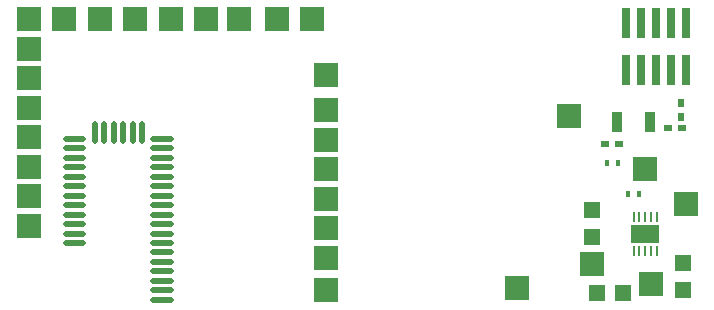
<source format=gtp>
G75*
%MOIN*%
%OFA0B0*%
%FSLAX25Y25*%
%IPPOS*%
%LPD*%
%AMOC8*
5,1,8,0,0,1.08239X$1,22.5*
%
%ADD10R,0.05500X0.05700*%
%ADD11R,0.05700X0.05500*%
%ADD12R,0.07874X0.07874*%
%ADD13R,0.00800X0.03200*%
%ADD14R,0.09400X0.06100*%
%ADD15R,0.02953X0.09843*%
%ADD16C,0.01969*%
%ADD17R,0.03600X0.07100*%
%ADD18R,0.01800X0.02400*%
%ADD19R,0.02600X0.02400*%
%ADD20R,0.02400X0.02600*%
D10*
X0347457Y0230458D03*
X0347457Y0239258D03*
X0377772Y0221542D03*
X0377772Y0212742D03*
D11*
X0357762Y0211630D03*
X0348962Y0211630D03*
D12*
X0347457Y0221472D03*
X0367142Y0214780D03*
X0378559Y0241157D03*
X0365173Y0252969D03*
X0339583Y0270685D03*
X0322260Y0213205D03*
X0258874Y0212811D03*
X0258874Y0223441D03*
X0258874Y0233283D03*
X0258874Y0243126D03*
X0258874Y0252969D03*
X0258874Y0262811D03*
X0258874Y0272654D03*
X0258874Y0284465D03*
X0254150Y0302969D03*
X0242339Y0302969D03*
X0229740Y0302969D03*
X0218717Y0302969D03*
X0206906Y0302969D03*
X0195094Y0302969D03*
X0183283Y0302969D03*
X0171472Y0302969D03*
X0159661Y0302969D03*
X0159661Y0293126D03*
X0159661Y0283283D03*
X0159661Y0273441D03*
X0159661Y0263598D03*
X0159661Y0253756D03*
X0159661Y0243913D03*
X0159661Y0234071D03*
D13*
X0361273Y0237015D03*
X0363173Y0237015D03*
X0365173Y0237015D03*
X0367173Y0237015D03*
X0369073Y0237015D03*
X0369073Y0225615D03*
X0367173Y0225615D03*
X0365173Y0225615D03*
X0363173Y0225615D03*
X0361273Y0225615D03*
D14*
X0365173Y0231315D03*
D15*
X0363874Y0286039D03*
X0358874Y0286039D03*
X0368874Y0286039D03*
X0373874Y0286039D03*
X0378874Y0286039D03*
X0378874Y0301787D03*
X0373874Y0301787D03*
X0368874Y0301787D03*
X0363874Y0301787D03*
X0358874Y0301787D03*
D16*
X0201216Y0209435D02*
X0201216Y0209435D01*
X0207122Y0209435D01*
X0207122Y0209435D01*
X0201216Y0209435D01*
X0201216Y0212585D02*
X0201216Y0212585D01*
X0207122Y0212585D01*
X0207122Y0212585D01*
X0201216Y0212585D01*
X0201216Y0215734D02*
X0201216Y0215734D01*
X0207122Y0215734D01*
X0207122Y0215734D01*
X0201216Y0215734D01*
X0201216Y0218884D02*
X0201216Y0218884D01*
X0207122Y0218884D01*
X0207122Y0218884D01*
X0201216Y0218884D01*
X0201216Y0222033D02*
X0201216Y0222033D01*
X0207122Y0222033D01*
X0207122Y0222033D01*
X0201216Y0222033D01*
X0201216Y0225183D02*
X0201216Y0225183D01*
X0207122Y0225183D01*
X0207122Y0225183D01*
X0201216Y0225183D01*
X0201216Y0228333D02*
X0201216Y0228333D01*
X0207122Y0228333D01*
X0207122Y0228333D01*
X0201216Y0228333D01*
X0201216Y0231482D02*
X0201216Y0231482D01*
X0207122Y0231482D01*
X0207122Y0231482D01*
X0201216Y0231482D01*
X0201216Y0234632D02*
X0201216Y0234632D01*
X0207122Y0234632D01*
X0207122Y0234632D01*
X0201216Y0234632D01*
X0201216Y0237781D02*
X0201216Y0237781D01*
X0207122Y0237781D01*
X0207122Y0237781D01*
X0201216Y0237781D01*
X0201216Y0240931D02*
X0201216Y0240931D01*
X0207122Y0240931D01*
X0207122Y0240931D01*
X0201216Y0240931D01*
X0201216Y0244081D02*
X0201216Y0244081D01*
X0207122Y0244081D01*
X0207122Y0244081D01*
X0201216Y0244081D01*
X0201216Y0247230D02*
X0201216Y0247230D01*
X0207122Y0247230D01*
X0207122Y0247230D01*
X0201216Y0247230D01*
X0201216Y0250380D02*
X0201216Y0250380D01*
X0207122Y0250380D01*
X0207122Y0250380D01*
X0201216Y0250380D01*
X0201216Y0253530D02*
X0201216Y0253530D01*
X0207122Y0253530D01*
X0207122Y0253530D01*
X0201216Y0253530D01*
X0201216Y0256679D02*
X0201216Y0256679D01*
X0207122Y0256679D01*
X0207122Y0256679D01*
X0201216Y0256679D01*
X0201216Y0259829D02*
X0201216Y0259829D01*
X0207122Y0259829D01*
X0207122Y0259829D01*
X0201216Y0259829D01*
X0201216Y0262978D02*
X0201216Y0262978D01*
X0207122Y0262978D01*
X0207122Y0262978D01*
X0201216Y0262978D01*
X0197378Y0262191D02*
X0197378Y0262191D01*
X0197378Y0268097D01*
X0197378Y0268097D01*
X0197378Y0262191D01*
X0197378Y0264159D02*
X0197378Y0264159D01*
X0197378Y0266127D02*
X0197378Y0266127D01*
X0197378Y0268095D02*
X0197378Y0268095D01*
X0194228Y0262191D02*
X0194228Y0262191D01*
X0194228Y0268097D01*
X0194228Y0268097D01*
X0194228Y0262191D01*
X0194228Y0264159D02*
X0194228Y0264159D01*
X0194228Y0266127D02*
X0194228Y0266127D01*
X0194228Y0268095D02*
X0194228Y0268095D01*
X0191079Y0262191D02*
X0191079Y0262191D01*
X0191079Y0268097D01*
X0191079Y0268097D01*
X0191079Y0262191D01*
X0191079Y0264159D02*
X0191079Y0264159D01*
X0191079Y0266127D02*
X0191079Y0266127D01*
X0191079Y0268095D02*
X0191079Y0268095D01*
X0187929Y0268097D02*
X0187929Y0268097D01*
X0187929Y0262191D01*
X0187929Y0262191D01*
X0187929Y0268097D01*
X0187929Y0264159D02*
X0187929Y0264159D01*
X0187929Y0266127D02*
X0187929Y0266127D01*
X0187929Y0268095D02*
X0187929Y0268095D01*
X0184780Y0268097D02*
X0184780Y0268097D01*
X0184780Y0262191D01*
X0184780Y0262191D01*
X0184780Y0268097D01*
X0184780Y0264159D02*
X0184780Y0264159D01*
X0184780Y0266127D02*
X0184780Y0266127D01*
X0184780Y0268095D02*
X0184780Y0268095D01*
X0181630Y0268097D02*
X0181630Y0268097D01*
X0181630Y0262191D01*
X0181630Y0262191D01*
X0181630Y0268097D01*
X0181630Y0264159D02*
X0181630Y0264159D01*
X0181630Y0266127D02*
X0181630Y0266127D01*
X0181630Y0268095D02*
X0181630Y0268095D01*
X0171886Y0262978D02*
X0171886Y0262978D01*
X0177792Y0262978D01*
X0177792Y0262978D01*
X0171886Y0262978D01*
X0171886Y0259829D02*
X0171886Y0259829D01*
X0177792Y0259829D01*
X0177792Y0259829D01*
X0171886Y0259829D01*
X0171886Y0256679D02*
X0171886Y0256679D01*
X0177792Y0256679D01*
X0177792Y0256679D01*
X0171886Y0256679D01*
X0171886Y0253530D02*
X0171886Y0253530D01*
X0177792Y0253530D01*
X0177792Y0253530D01*
X0171886Y0253530D01*
X0171886Y0250380D02*
X0171886Y0250380D01*
X0177792Y0250380D01*
X0177792Y0250380D01*
X0171886Y0250380D01*
X0171886Y0247230D02*
X0171886Y0247230D01*
X0177792Y0247230D01*
X0177792Y0247230D01*
X0171886Y0247230D01*
X0171886Y0244081D02*
X0171886Y0244081D01*
X0177792Y0244081D01*
X0177792Y0244081D01*
X0171886Y0244081D01*
X0171886Y0240931D02*
X0171886Y0240931D01*
X0177792Y0240931D01*
X0177792Y0240931D01*
X0171886Y0240931D01*
X0171886Y0237781D02*
X0171886Y0237781D01*
X0177792Y0237781D01*
X0177792Y0237781D01*
X0171886Y0237781D01*
X0171886Y0234632D02*
X0171886Y0234632D01*
X0177792Y0234632D01*
X0177792Y0234632D01*
X0171886Y0234632D01*
X0171886Y0231482D02*
X0171886Y0231482D01*
X0177792Y0231482D01*
X0177792Y0231482D01*
X0171886Y0231482D01*
X0171886Y0228333D02*
X0171886Y0228333D01*
X0177792Y0228333D01*
X0177792Y0228333D01*
X0171886Y0228333D01*
D17*
X0355736Y0268717D03*
X0366736Y0268717D03*
D18*
X0356050Y0254937D03*
X0352250Y0254937D03*
X0359336Y0244701D03*
X0363136Y0244701D03*
D19*
X0356450Y0261236D03*
X0351850Y0261236D03*
X0372716Y0266748D03*
X0377316Y0266748D03*
D20*
X0376984Y0270354D03*
X0376984Y0274954D03*
M02*

</source>
